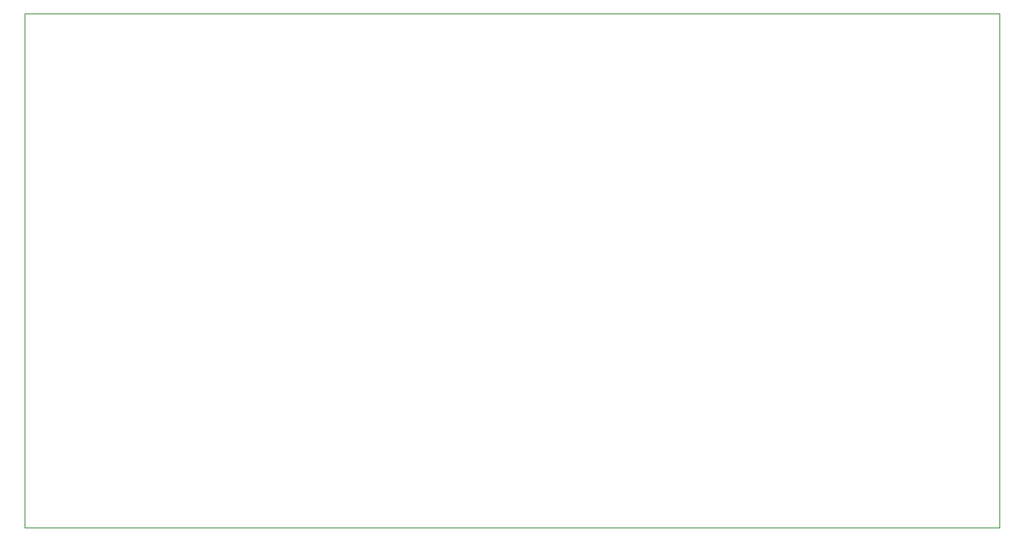
<source format=gbr>
%TF.GenerationSoftware,KiCad,Pcbnew,(7.0.0)*%
%TF.CreationDate,2025-03-31T13:01:06+03:00*%
%TF.ProjectId,test,74657374-2e6b-4696-9361-645f70636258,rev?*%
%TF.SameCoordinates,Original*%
%TF.FileFunction,Profile,NP*%
%FSLAX46Y46*%
G04 Gerber Fmt 4.6, Leading zero omitted, Abs format (unit mm)*
G04 Created by KiCad (PCBNEW (7.0.0)) date 2025-03-31 13:01:06*
%MOMM*%
%LPD*%
G01*
G04 APERTURE LIST*
%TA.AperFunction,Profile*%
%ADD10C,0.100000*%
%TD*%
G04 APERTURE END LIST*
D10*
X115000000Y-50000000D02*
X219000000Y-50000000D01*
X219000000Y-50000000D02*
X219000000Y-105000000D01*
X219000000Y-105000000D02*
X115000000Y-105000000D01*
X115000000Y-105000000D02*
X115000000Y-50000000D01*
M02*

</source>
